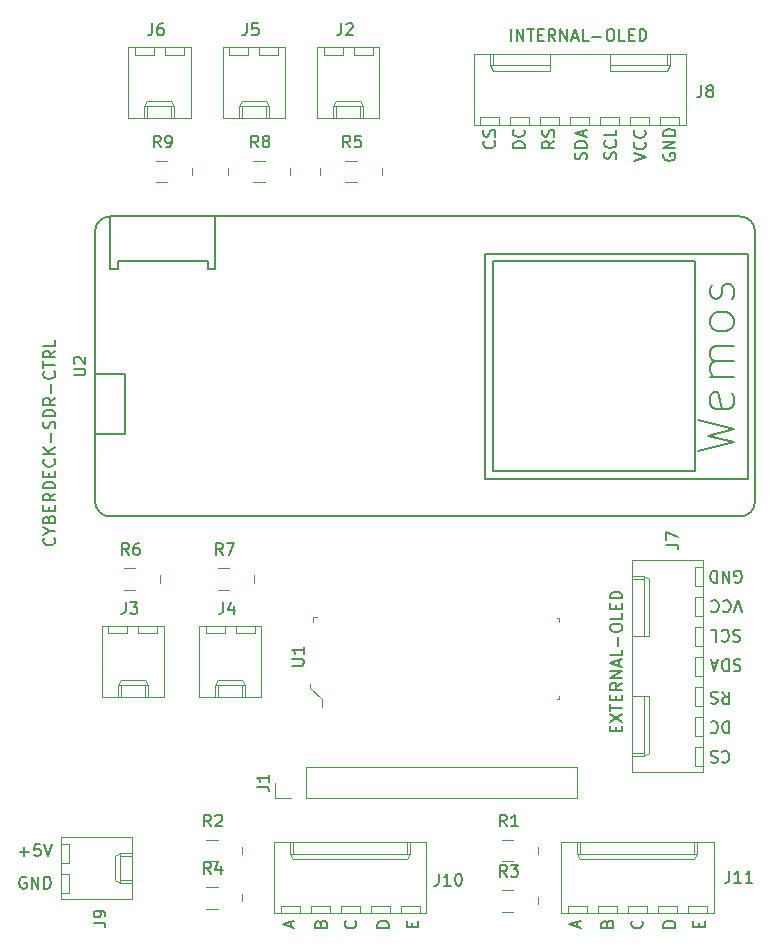
<source format=gto>
G04 #@! TF.GenerationSoftware,KiCad,Pcbnew,(5.1.8)-1*
G04 #@! TF.CreationDate,2021-09-19T21:20:28+02:00*
G04 #@! TF.ProjectId,sdr-controller,7364722d-636f-46e7-9472-6f6c6c65722e,rev?*
G04 #@! TF.SameCoordinates,Original*
G04 #@! TF.FileFunction,Legend,Top*
G04 #@! TF.FilePolarity,Positive*
%FSLAX46Y46*%
G04 Gerber Fmt 4.6, Leading zero omitted, Abs format (unit mm)*
G04 Created by KiCad (PCBNEW (5.1.8)-1) date 2021-09-19 21:20:28*
%MOMM*%
%LPD*%
G01*
G04 APERTURE LIST*
%ADD10C,0.200000*%
%ADD11C,0.150000*%
%ADD12C,0.120000*%
%ADD13C,0.100000*%
%ADD14R,2.000000X2.600000*%
%ADD15O,2.000000X2.600000*%
%ADD16R,2.600000X2.000000*%
%ADD17O,2.600000X2.000000*%
%ADD18R,1.500000X1.800000*%
%ADD19C,1.800000*%
%ADD20C,1.600000*%
%ADD21R,1.600000X1.600000*%
%ADD22R,1.700000X1.700000*%
%ADD23O,1.700000X1.700000*%
G04 APERTURE END LIST*
D10*
X43357142Y-80523809D02*
X43404761Y-80571428D01*
X43452380Y-80714285D01*
X43452380Y-80809523D01*
X43404761Y-80952380D01*
X43309523Y-81047619D01*
X43214285Y-81095238D01*
X43023809Y-81142857D01*
X42880952Y-81142857D01*
X42690476Y-81095238D01*
X42595238Y-81047619D01*
X42500000Y-80952380D01*
X42452380Y-80809523D01*
X42452380Y-80714285D01*
X42500000Y-80571428D01*
X42547619Y-80523809D01*
X42976190Y-79904761D02*
X43452380Y-79904761D01*
X42452380Y-80238095D02*
X42976190Y-79904761D01*
X42452380Y-79571428D01*
X42928571Y-78904761D02*
X42976190Y-78761904D01*
X43023809Y-78714285D01*
X43119047Y-78666666D01*
X43261904Y-78666666D01*
X43357142Y-78714285D01*
X43404761Y-78761904D01*
X43452380Y-78857142D01*
X43452380Y-79238095D01*
X42452380Y-79238095D01*
X42452380Y-78904761D01*
X42500000Y-78809523D01*
X42547619Y-78761904D01*
X42642857Y-78714285D01*
X42738095Y-78714285D01*
X42833333Y-78761904D01*
X42880952Y-78809523D01*
X42928571Y-78904761D01*
X42928571Y-79238095D01*
X42928571Y-78238095D02*
X42928571Y-77904761D01*
X43452380Y-77761904D02*
X43452380Y-78238095D01*
X42452380Y-78238095D01*
X42452380Y-77761904D01*
X43452380Y-76761904D02*
X42976190Y-77095238D01*
X43452380Y-77333333D02*
X42452380Y-77333333D01*
X42452380Y-76952380D01*
X42500000Y-76857142D01*
X42547619Y-76809523D01*
X42642857Y-76761904D01*
X42785714Y-76761904D01*
X42880952Y-76809523D01*
X42928571Y-76857142D01*
X42976190Y-76952380D01*
X42976190Y-77333333D01*
X43452380Y-76333333D02*
X42452380Y-76333333D01*
X42452380Y-76095238D01*
X42500000Y-75952380D01*
X42595238Y-75857142D01*
X42690476Y-75809523D01*
X42880952Y-75761904D01*
X43023809Y-75761904D01*
X43214285Y-75809523D01*
X43309523Y-75857142D01*
X43404761Y-75952380D01*
X43452380Y-76095238D01*
X43452380Y-76333333D01*
X42928571Y-75333333D02*
X42928571Y-75000000D01*
X43452380Y-74857142D02*
X43452380Y-75333333D01*
X42452380Y-75333333D01*
X42452380Y-74857142D01*
X43357142Y-73857142D02*
X43404761Y-73904761D01*
X43452380Y-74047619D01*
X43452380Y-74142857D01*
X43404761Y-74285714D01*
X43309523Y-74380952D01*
X43214285Y-74428571D01*
X43023809Y-74476190D01*
X42880952Y-74476190D01*
X42690476Y-74428571D01*
X42595238Y-74380952D01*
X42500000Y-74285714D01*
X42452380Y-74142857D01*
X42452380Y-74047619D01*
X42500000Y-73904761D01*
X42547619Y-73857142D01*
X43452380Y-73428571D02*
X42452380Y-73428571D01*
X43452380Y-72857142D02*
X42880952Y-73285714D01*
X42452380Y-72857142D02*
X43023809Y-73428571D01*
X43071428Y-72428571D02*
X43071428Y-71666666D01*
X43404761Y-71238095D02*
X43452380Y-71095238D01*
X43452380Y-70857142D01*
X43404761Y-70761904D01*
X43357142Y-70714285D01*
X43261904Y-70666666D01*
X43166666Y-70666666D01*
X43071428Y-70714285D01*
X43023809Y-70761904D01*
X42976190Y-70857142D01*
X42928571Y-71047619D01*
X42880952Y-71142857D01*
X42833333Y-71190476D01*
X42738095Y-71238095D01*
X42642857Y-71238095D01*
X42547619Y-71190476D01*
X42500000Y-71142857D01*
X42452380Y-71047619D01*
X42452380Y-70809523D01*
X42500000Y-70666666D01*
X43452380Y-70238095D02*
X42452380Y-70238095D01*
X42452380Y-70000000D01*
X42500000Y-69857142D01*
X42595238Y-69761904D01*
X42690476Y-69714285D01*
X42880952Y-69666666D01*
X43023809Y-69666666D01*
X43214285Y-69714285D01*
X43309523Y-69761904D01*
X43404761Y-69857142D01*
X43452380Y-70000000D01*
X43452380Y-70238095D01*
X43452380Y-68666666D02*
X42976190Y-69000000D01*
X43452380Y-69238095D02*
X42452380Y-69238095D01*
X42452380Y-68857142D01*
X42500000Y-68761904D01*
X42547619Y-68714285D01*
X42642857Y-68666666D01*
X42785714Y-68666666D01*
X42880952Y-68714285D01*
X42928571Y-68761904D01*
X42976190Y-68857142D01*
X42976190Y-69238095D01*
X43071428Y-68238095D02*
X43071428Y-67476190D01*
X43357142Y-66428571D02*
X43404761Y-66476190D01*
X43452380Y-66619047D01*
X43452380Y-66714285D01*
X43404761Y-66857142D01*
X43309523Y-66952380D01*
X43214285Y-67000000D01*
X43023809Y-67047619D01*
X42880952Y-67047619D01*
X42690476Y-67000000D01*
X42595238Y-66952380D01*
X42500000Y-66857142D01*
X42452380Y-66714285D01*
X42452380Y-66619047D01*
X42500000Y-66476190D01*
X42547619Y-66428571D01*
X42452380Y-66142857D02*
X42452380Y-65571428D01*
X43452380Y-65857142D02*
X42452380Y-65857142D01*
X43452380Y-64666666D02*
X42976190Y-65000000D01*
X43452380Y-65238095D02*
X42452380Y-65238095D01*
X42452380Y-64857142D01*
X42500000Y-64761904D01*
X42547619Y-64714285D01*
X42642857Y-64666666D01*
X42785714Y-64666666D01*
X42880952Y-64714285D01*
X42928571Y-64761904D01*
X42976190Y-64857142D01*
X42976190Y-65238095D01*
X43452380Y-63761904D02*
X43452380Y-64238095D01*
X42452380Y-64238095D01*
D11*
X40464285Y-107071428D02*
X41226190Y-107071428D01*
X40845238Y-107452380D02*
X40845238Y-106690476D01*
X42178571Y-106452380D02*
X41702380Y-106452380D01*
X41654761Y-106928571D01*
X41702380Y-106880952D01*
X41797619Y-106833333D01*
X42035714Y-106833333D01*
X42130952Y-106880952D01*
X42178571Y-106928571D01*
X42226190Y-107023809D01*
X42226190Y-107261904D01*
X42178571Y-107357142D01*
X42130952Y-107404761D01*
X42035714Y-107452380D01*
X41797619Y-107452380D01*
X41702380Y-107404761D01*
X41654761Y-107357142D01*
X42511904Y-106452380D02*
X42845238Y-107452380D01*
X43178571Y-106452380D01*
X40988095Y-109250000D02*
X40892857Y-109202380D01*
X40750000Y-109202380D01*
X40607142Y-109250000D01*
X40511904Y-109345238D01*
X40464285Y-109440476D01*
X40416666Y-109630952D01*
X40416666Y-109773809D01*
X40464285Y-109964285D01*
X40511904Y-110059523D01*
X40607142Y-110154761D01*
X40750000Y-110202380D01*
X40845238Y-110202380D01*
X40988095Y-110154761D01*
X41035714Y-110107142D01*
X41035714Y-109773809D01*
X40845238Y-109773809D01*
X41464285Y-110202380D02*
X41464285Y-109202380D01*
X42035714Y-110202380D01*
X42035714Y-109202380D01*
X42511904Y-110202380D02*
X42511904Y-109202380D01*
X42750000Y-109202380D01*
X42892857Y-109250000D01*
X42988095Y-109345238D01*
X43035714Y-109440476D01*
X43083333Y-109630952D01*
X43083333Y-109773809D01*
X43035714Y-109964285D01*
X42988095Y-110059523D01*
X42892857Y-110154761D01*
X42750000Y-110202380D01*
X42511904Y-110202380D01*
X87666666Y-113488095D02*
X87666666Y-113011904D01*
X87952380Y-113583333D02*
X86952380Y-113250000D01*
X87952380Y-112916666D01*
X97928571Y-113464285D02*
X97928571Y-113130952D01*
X98452380Y-112988095D02*
X98452380Y-113464285D01*
X97452380Y-113464285D01*
X97452380Y-112988095D01*
X93107142Y-112940476D02*
X93154761Y-112988095D01*
X93202380Y-113130952D01*
X93202380Y-113226190D01*
X93154761Y-113369047D01*
X93059523Y-113464285D01*
X92964285Y-113511904D01*
X92773809Y-113559523D01*
X92630952Y-113559523D01*
X92440476Y-113511904D01*
X92345238Y-113464285D01*
X92250000Y-113369047D01*
X92202380Y-113226190D01*
X92202380Y-113130952D01*
X92250000Y-112988095D01*
X92297619Y-112940476D01*
X95952380Y-113511904D02*
X94952380Y-113511904D01*
X94952380Y-113273809D01*
X95000000Y-113130952D01*
X95095238Y-113035714D01*
X95190476Y-112988095D01*
X95380952Y-112940476D01*
X95523809Y-112940476D01*
X95714285Y-112988095D01*
X95809523Y-113035714D01*
X95904761Y-113130952D01*
X95952380Y-113273809D01*
X95952380Y-113511904D01*
X90178571Y-113178571D02*
X90226190Y-113035714D01*
X90273809Y-112988095D01*
X90369047Y-112940476D01*
X90511904Y-112940476D01*
X90607142Y-112988095D01*
X90654761Y-113035714D01*
X90702380Y-113130952D01*
X90702380Y-113511904D01*
X89702380Y-113511904D01*
X89702380Y-113178571D01*
X89750000Y-113083333D01*
X89797619Y-113035714D01*
X89892857Y-112988095D01*
X89988095Y-112988095D01*
X90083333Y-113035714D01*
X90130952Y-113083333D01*
X90178571Y-113178571D01*
X90178571Y-113511904D01*
X63416666Y-113488095D02*
X63416666Y-113011904D01*
X63702380Y-113583333D02*
X62702380Y-113250000D01*
X63702380Y-112916666D01*
X73678571Y-113464285D02*
X73678571Y-113130952D01*
X74202380Y-112988095D02*
X74202380Y-113464285D01*
X73202380Y-113464285D01*
X73202380Y-112988095D01*
X68857142Y-112940476D02*
X68904761Y-112988095D01*
X68952380Y-113130952D01*
X68952380Y-113226190D01*
X68904761Y-113369047D01*
X68809523Y-113464285D01*
X68714285Y-113511904D01*
X68523809Y-113559523D01*
X68380952Y-113559523D01*
X68190476Y-113511904D01*
X68095238Y-113464285D01*
X68000000Y-113369047D01*
X67952380Y-113226190D01*
X67952380Y-113130952D01*
X68000000Y-112988095D01*
X68047619Y-112940476D01*
X65928571Y-113178571D02*
X65976190Y-113035714D01*
X66023809Y-112988095D01*
X66119047Y-112940476D01*
X66261904Y-112940476D01*
X66357142Y-112988095D01*
X66404761Y-113035714D01*
X66452380Y-113130952D01*
X66452380Y-113511904D01*
X65452380Y-113511904D01*
X65452380Y-113178571D01*
X65500000Y-113083333D01*
X65547619Y-113035714D01*
X65642857Y-112988095D01*
X65738095Y-112988095D01*
X65833333Y-113035714D01*
X65880952Y-113083333D01*
X65928571Y-113178571D01*
X65928571Y-113511904D01*
X71702380Y-113511904D02*
X70702380Y-113511904D01*
X70702380Y-113273809D01*
X70750000Y-113130952D01*
X70845238Y-113035714D01*
X70940476Y-112988095D01*
X71130952Y-112940476D01*
X71273809Y-112940476D01*
X71464285Y-112988095D01*
X71559523Y-113035714D01*
X71654761Y-113130952D01*
X71702380Y-113273809D01*
X71702380Y-113511904D01*
X90928571Y-96880952D02*
X90928571Y-96547619D01*
X91452380Y-96404761D02*
X91452380Y-96880952D01*
X90452380Y-96880952D01*
X90452380Y-96404761D01*
X90452380Y-96071428D02*
X91452380Y-95404761D01*
X90452380Y-95404761D02*
X91452380Y-96071428D01*
X90452380Y-95166666D02*
X90452380Y-94595238D01*
X91452380Y-94880952D02*
X90452380Y-94880952D01*
X90928571Y-94261904D02*
X90928571Y-93928571D01*
X91452380Y-93785714D02*
X91452380Y-94261904D01*
X90452380Y-94261904D01*
X90452380Y-93785714D01*
X91452380Y-92785714D02*
X90976190Y-93119047D01*
X91452380Y-93357142D02*
X90452380Y-93357142D01*
X90452380Y-92976190D01*
X90500000Y-92880952D01*
X90547619Y-92833333D01*
X90642857Y-92785714D01*
X90785714Y-92785714D01*
X90880952Y-92833333D01*
X90928571Y-92880952D01*
X90976190Y-92976190D01*
X90976190Y-93357142D01*
X91452380Y-92357142D02*
X90452380Y-92357142D01*
X91452380Y-91785714D01*
X90452380Y-91785714D01*
X91166666Y-91357142D02*
X91166666Y-90880952D01*
X91452380Y-91452380D02*
X90452380Y-91119047D01*
X91452380Y-90785714D01*
X91452380Y-89976190D02*
X91452380Y-90452380D01*
X90452380Y-90452380D01*
X91071428Y-89642857D02*
X91071428Y-88880952D01*
X90452380Y-88214285D02*
X90452380Y-88023809D01*
X90500000Y-87928571D01*
X90595238Y-87833333D01*
X90785714Y-87785714D01*
X91119047Y-87785714D01*
X91309523Y-87833333D01*
X91404761Y-87928571D01*
X91452380Y-88023809D01*
X91452380Y-88214285D01*
X91404761Y-88309523D01*
X91309523Y-88404761D01*
X91119047Y-88452380D01*
X90785714Y-88452380D01*
X90595238Y-88404761D01*
X90500000Y-88309523D01*
X90452380Y-88214285D01*
X91452380Y-86880952D02*
X91452380Y-87357142D01*
X90452380Y-87357142D01*
X90928571Y-86547619D02*
X90928571Y-86214285D01*
X91452380Y-86071428D02*
X91452380Y-86547619D01*
X90452380Y-86547619D01*
X90452380Y-86071428D01*
X91452380Y-85642857D02*
X90452380Y-85642857D01*
X90452380Y-85404761D01*
X90500000Y-85261904D01*
X90595238Y-85166666D01*
X90690476Y-85119047D01*
X90880952Y-85071428D01*
X91023809Y-85071428D01*
X91214285Y-85119047D01*
X91309523Y-85166666D01*
X91404761Y-85261904D01*
X91452380Y-85404761D01*
X91452380Y-85642857D01*
X99916666Y-93547619D02*
X100250000Y-94023809D01*
X100488095Y-93547619D02*
X100488095Y-94547619D01*
X100107142Y-94547619D01*
X100011904Y-94500000D01*
X99964285Y-94452380D01*
X99916666Y-94357142D01*
X99916666Y-94214285D01*
X99964285Y-94119047D01*
X100011904Y-94071428D01*
X100107142Y-94023809D01*
X100488095Y-94023809D01*
X99535714Y-93595238D02*
X99392857Y-93547619D01*
X99154761Y-93547619D01*
X99059523Y-93595238D01*
X99011904Y-93642857D01*
X98964285Y-93738095D01*
X98964285Y-93833333D01*
X99011904Y-93928571D01*
X99059523Y-93976190D01*
X99154761Y-94023809D01*
X99345238Y-94071428D01*
X99440476Y-94119047D01*
X99488095Y-94166666D01*
X99535714Y-94261904D01*
X99535714Y-94357142D01*
X99488095Y-94452380D01*
X99440476Y-94500000D01*
X99345238Y-94547619D01*
X99107142Y-94547619D01*
X98964285Y-94500000D01*
X101583333Y-86797619D02*
X101250000Y-85797619D01*
X100916666Y-86797619D01*
X100011904Y-85892857D02*
X100059523Y-85845238D01*
X100202380Y-85797619D01*
X100297619Y-85797619D01*
X100440476Y-85845238D01*
X100535714Y-85940476D01*
X100583333Y-86035714D01*
X100630952Y-86226190D01*
X100630952Y-86369047D01*
X100583333Y-86559523D01*
X100535714Y-86654761D01*
X100440476Y-86750000D01*
X100297619Y-86797619D01*
X100202380Y-86797619D01*
X100059523Y-86750000D01*
X100011904Y-86702380D01*
X99011904Y-85892857D02*
X99059523Y-85845238D01*
X99202380Y-85797619D01*
X99297619Y-85797619D01*
X99440476Y-85845238D01*
X99535714Y-85940476D01*
X99583333Y-86035714D01*
X99630952Y-86226190D01*
X99630952Y-86369047D01*
X99583333Y-86559523D01*
X99535714Y-86654761D01*
X99440476Y-86750000D01*
X99297619Y-86797619D01*
X99202380Y-86797619D01*
X99059523Y-86750000D01*
X99011904Y-86702380D01*
X100511904Y-96047619D02*
X100511904Y-97047619D01*
X100273809Y-97047619D01*
X100130952Y-97000000D01*
X100035714Y-96904761D01*
X99988095Y-96809523D01*
X99940476Y-96619047D01*
X99940476Y-96476190D01*
X99988095Y-96285714D01*
X100035714Y-96190476D01*
X100130952Y-96095238D01*
X100273809Y-96047619D01*
X100511904Y-96047619D01*
X98940476Y-96142857D02*
X98988095Y-96095238D01*
X99130952Y-96047619D01*
X99226190Y-96047619D01*
X99369047Y-96095238D01*
X99464285Y-96190476D01*
X99511904Y-96285714D01*
X99559523Y-96476190D01*
X99559523Y-96619047D01*
X99511904Y-96809523D01*
X99464285Y-96904761D01*
X99369047Y-97000000D01*
X99226190Y-97047619D01*
X99130952Y-97047619D01*
X98988095Y-97000000D01*
X98940476Y-96952380D01*
X101464285Y-90845238D02*
X101321428Y-90797619D01*
X101083333Y-90797619D01*
X100988095Y-90845238D01*
X100940476Y-90892857D01*
X100892857Y-90988095D01*
X100892857Y-91083333D01*
X100940476Y-91178571D01*
X100988095Y-91226190D01*
X101083333Y-91273809D01*
X101273809Y-91321428D01*
X101369047Y-91369047D01*
X101416666Y-91416666D01*
X101464285Y-91511904D01*
X101464285Y-91607142D01*
X101416666Y-91702380D01*
X101369047Y-91750000D01*
X101273809Y-91797619D01*
X101035714Y-91797619D01*
X100892857Y-91750000D01*
X100464285Y-90797619D02*
X100464285Y-91797619D01*
X100226190Y-91797619D01*
X100083333Y-91750000D01*
X99988095Y-91654761D01*
X99940476Y-91559523D01*
X99892857Y-91369047D01*
X99892857Y-91226190D01*
X99940476Y-91035714D01*
X99988095Y-90940476D01*
X100083333Y-90845238D01*
X100226190Y-90797619D01*
X100464285Y-90797619D01*
X99511904Y-91083333D02*
X99035714Y-91083333D01*
X99607142Y-90797619D02*
X99273809Y-91797619D01*
X98940476Y-90797619D01*
X101440476Y-88345238D02*
X101297619Y-88297619D01*
X101059523Y-88297619D01*
X100964285Y-88345238D01*
X100916666Y-88392857D01*
X100869047Y-88488095D01*
X100869047Y-88583333D01*
X100916666Y-88678571D01*
X100964285Y-88726190D01*
X101059523Y-88773809D01*
X101250000Y-88821428D01*
X101345238Y-88869047D01*
X101392857Y-88916666D01*
X101440476Y-89011904D01*
X101440476Y-89107142D01*
X101392857Y-89202380D01*
X101345238Y-89250000D01*
X101250000Y-89297619D01*
X101011904Y-89297619D01*
X100869047Y-89250000D01*
X99869047Y-88392857D02*
X99916666Y-88345238D01*
X100059523Y-88297619D01*
X100154761Y-88297619D01*
X100297619Y-88345238D01*
X100392857Y-88440476D01*
X100440476Y-88535714D01*
X100488095Y-88726190D01*
X100488095Y-88869047D01*
X100440476Y-89059523D01*
X100392857Y-89154761D01*
X100297619Y-89250000D01*
X100154761Y-89297619D01*
X100059523Y-89297619D01*
X99916666Y-89250000D01*
X99869047Y-89202380D01*
X98964285Y-88297619D02*
X99440476Y-88297619D01*
X99440476Y-89297619D01*
X99916666Y-98642857D02*
X99964285Y-98595238D01*
X100107142Y-98547619D01*
X100202380Y-98547619D01*
X100345238Y-98595238D01*
X100440476Y-98690476D01*
X100488095Y-98785714D01*
X100535714Y-98976190D01*
X100535714Y-99119047D01*
X100488095Y-99309523D01*
X100440476Y-99404761D01*
X100345238Y-99500000D01*
X100202380Y-99547619D01*
X100107142Y-99547619D01*
X99964285Y-99500000D01*
X99916666Y-99452380D01*
X99535714Y-98595238D02*
X99392857Y-98547619D01*
X99154761Y-98547619D01*
X99059523Y-98595238D01*
X99011904Y-98642857D01*
X98964285Y-98738095D01*
X98964285Y-98833333D01*
X99011904Y-98928571D01*
X99059523Y-98976190D01*
X99154761Y-99023809D01*
X99345238Y-99071428D01*
X99440476Y-99119047D01*
X99488095Y-99166666D01*
X99535714Y-99261904D01*
X99535714Y-99357142D01*
X99488095Y-99452380D01*
X99440476Y-99500000D01*
X99345238Y-99547619D01*
X99107142Y-99547619D01*
X98964285Y-99500000D01*
X101011904Y-84250000D02*
X101107142Y-84297619D01*
X101250000Y-84297619D01*
X101392857Y-84250000D01*
X101488095Y-84154761D01*
X101535714Y-84059523D01*
X101583333Y-83869047D01*
X101583333Y-83726190D01*
X101535714Y-83535714D01*
X101488095Y-83440476D01*
X101392857Y-83345238D01*
X101250000Y-83297619D01*
X101154761Y-83297619D01*
X101011904Y-83345238D01*
X100964285Y-83392857D01*
X100964285Y-83726190D01*
X101154761Y-83726190D01*
X100535714Y-83297619D02*
X100535714Y-84297619D01*
X99964285Y-83297619D01*
X99964285Y-84297619D01*
X99488095Y-83297619D02*
X99488095Y-84297619D01*
X99250000Y-84297619D01*
X99107142Y-84250000D01*
X99011904Y-84154761D01*
X98964285Y-84059523D01*
X98916666Y-83869047D01*
X98916666Y-83726190D01*
X98964285Y-83535714D01*
X99011904Y-83440476D01*
X99107142Y-83345238D01*
X99250000Y-83297619D01*
X99488095Y-83297619D01*
X95000000Y-48011904D02*
X94952380Y-48107142D01*
X94952380Y-48250000D01*
X95000000Y-48392857D01*
X95095238Y-48488095D01*
X95190476Y-48535714D01*
X95380952Y-48583333D01*
X95523809Y-48583333D01*
X95714285Y-48535714D01*
X95809523Y-48488095D01*
X95904761Y-48392857D01*
X95952380Y-48250000D01*
X95952380Y-48154761D01*
X95904761Y-48011904D01*
X95857142Y-47964285D01*
X95523809Y-47964285D01*
X95523809Y-48154761D01*
X95952380Y-47535714D02*
X94952380Y-47535714D01*
X95952380Y-46964285D01*
X94952380Y-46964285D01*
X95952380Y-46488095D02*
X94952380Y-46488095D01*
X94952380Y-46250000D01*
X95000000Y-46107142D01*
X95095238Y-46011904D01*
X95190476Y-45964285D01*
X95380952Y-45916666D01*
X95523809Y-45916666D01*
X95714285Y-45964285D01*
X95809523Y-46011904D01*
X95904761Y-46107142D01*
X95952380Y-46250000D01*
X95952380Y-46488095D01*
X92452380Y-48583333D02*
X93452380Y-48250000D01*
X92452380Y-47916666D01*
X93357142Y-47011904D02*
X93404761Y-47059523D01*
X93452380Y-47202380D01*
X93452380Y-47297619D01*
X93404761Y-47440476D01*
X93309523Y-47535714D01*
X93214285Y-47583333D01*
X93023809Y-47630952D01*
X92880952Y-47630952D01*
X92690476Y-47583333D01*
X92595238Y-47535714D01*
X92500000Y-47440476D01*
X92452380Y-47297619D01*
X92452380Y-47202380D01*
X92500000Y-47059523D01*
X92547619Y-47011904D01*
X93357142Y-46011904D02*
X93404761Y-46059523D01*
X93452380Y-46202380D01*
X93452380Y-46297619D01*
X93404761Y-46440476D01*
X93309523Y-46535714D01*
X93214285Y-46583333D01*
X93023809Y-46630952D01*
X92880952Y-46630952D01*
X92690476Y-46583333D01*
X92595238Y-46535714D01*
X92500000Y-46440476D01*
X92452380Y-46297619D01*
X92452380Y-46202380D01*
X92500000Y-46059523D01*
X92547619Y-46011904D01*
X90904761Y-48440476D02*
X90952380Y-48297619D01*
X90952380Y-48059523D01*
X90904761Y-47964285D01*
X90857142Y-47916666D01*
X90761904Y-47869047D01*
X90666666Y-47869047D01*
X90571428Y-47916666D01*
X90523809Y-47964285D01*
X90476190Y-48059523D01*
X90428571Y-48250000D01*
X90380952Y-48345238D01*
X90333333Y-48392857D01*
X90238095Y-48440476D01*
X90142857Y-48440476D01*
X90047619Y-48392857D01*
X90000000Y-48345238D01*
X89952380Y-48250000D01*
X89952380Y-48011904D01*
X90000000Y-47869047D01*
X90857142Y-46869047D02*
X90904761Y-46916666D01*
X90952380Y-47059523D01*
X90952380Y-47154761D01*
X90904761Y-47297619D01*
X90809523Y-47392857D01*
X90714285Y-47440476D01*
X90523809Y-47488095D01*
X90380952Y-47488095D01*
X90190476Y-47440476D01*
X90095238Y-47392857D01*
X90000000Y-47297619D01*
X89952380Y-47154761D01*
X89952380Y-47059523D01*
X90000000Y-46916666D01*
X90047619Y-46869047D01*
X90952380Y-45964285D02*
X90952380Y-46440476D01*
X89952380Y-46440476D01*
X88404761Y-48464285D02*
X88452380Y-48321428D01*
X88452380Y-48083333D01*
X88404761Y-47988095D01*
X88357142Y-47940476D01*
X88261904Y-47892857D01*
X88166666Y-47892857D01*
X88071428Y-47940476D01*
X88023809Y-47988095D01*
X87976190Y-48083333D01*
X87928571Y-48273809D01*
X87880952Y-48369047D01*
X87833333Y-48416666D01*
X87738095Y-48464285D01*
X87642857Y-48464285D01*
X87547619Y-48416666D01*
X87500000Y-48369047D01*
X87452380Y-48273809D01*
X87452380Y-48035714D01*
X87500000Y-47892857D01*
X88452380Y-47464285D02*
X87452380Y-47464285D01*
X87452380Y-47226190D01*
X87500000Y-47083333D01*
X87595238Y-46988095D01*
X87690476Y-46940476D01*
X87880952Y-46892857D01*
X88023809Y-46892857D01*
X88214285Y-46940476D01*
X88309523Y-46988095D01*
X88404761Y-47083333D01*
X88452380Y-47226190D01*
X88452380Y-47464285D01*
X88166666Y-46511904D02*
X88166666Y-46035714D01*
X88452380Y-46607142D02*
X87452380Y-46273809D01*
X88452380Y-45940476D01*
X85702380Y-46916666D02*
X85226190Y-47250000D01*
X85702380Y-47488095D02*
X84702380Y-47488095D01*
X84702380Y-47107142D01*
X84750000Y-47011904D01*
X84797619Y-46964285D01*
X84892857Y-46916666D01*
X85035714Y-46916666D01*
X85130952Y-46964285D01*
X85178571Y-47011904D01*
X85226190Y-47107142D01*
X85226190Y-47488095D01*
X85654761Y-46535714D02*
X85702380Y-46392857D01*
X85702380Y-46154761D01*
X85654761Y-46059523D01*
X85607142Y-46011904D01*
X85511904Y-45964285D01*
X85416666Y-45964285D01*
X85321428Y-46011904D01*
X85273809Y-46059523D01*
X85226190Y-46154761D01*
X85178571Y-46345238D01*
X85130952Y-46440476D01*
X85083333Y-46488095D01*
X84988095Y-46535714D01*
X84892857Y-46535714D01*
X84797619Y-46488095D01*
X84750000Y-46440476D01*
X84702380Y-46345238D01*
X84702380Y-46107142D01*
X84750000Y-45964285D01*
X83202380Y-47511904D02*
X82202380Y-47511904D01*
X82202380Y-47273809D01*
X82250000Y-47130952D01*
X82345238Y-47035714D01*
X82440476Y-46988095D01*
X82630952Y-46940476D01*
X82773809Y-46940476D01*
X82964285Y-46988095D01*
X83059523Y-47035714D01*
X83154761Y-47130952D01*
X83202380Y-47273809D01*
X83202380Y-47511904D01*
X83107142Y-45940476D02*
X83154761Y-45988095D01*
X83202380Y-46130952D01*
X83202380Y-46226190D01*
X83154761Y-46369047D01*
X83059523Y-46464285D01*
X82964285Y-46511904D01*
X82773809Y-46559523D01*
X82630952Y-46559523D01*
X82440476Y-46511904D01*
X82345238Y-46464285D01*
X82250000Y-46369047D01*
X82202380Y-46226190D01*
X82202380Y-46130952D01*
X82250000Y-45988095D01*
X82297619Y-45940476D01*
X80607142Y-46916666D02*
X80654761Y-46964285D01*
X80702380Y-47107142D01*
X80702380Y-47202380D01*
X80654761Y-47345238D01*
X80559523Y-47440476D01*
X80464285Y-47488095D01*
X80273809Y-47535714D01*
X80130952Y-47535714D01*
X79940476Y-47488095D01*
X79845238Y-47440476D01*
X79750000Y-47345238D01*
X79702380Y-47202380D01*
X79702380Y-47107142D01*
X79750000Y-46964285D01*
X79797619Y-46916666D01*
X80654761Y-46535714D02*
X80702380Y-46392857D01*
X80702380Y-46154761D01*
X80654761Y-46059523D01*
X80607142Y-46011904D01*
X80511904Y-45964285D01*
X80416666Y-45964285D01*
X80321428Y-46011904D01*
X80273809Y-46059523D01*
X80226190Y-46154761D01*
X80178571Y-46345238D01*
X80130952Y-46440476D01*
X80083333Y-46488095D01*
X79988095Y-46535714D01*
X79892857Y-46535714D01*
X79797619Y-46488095D01*
X79750000Y-46440476D01*
X79702380Y-46345238D01*
X79702380Y-46107142D01*
X79750000Y-45964285D01*
X82035714Y-38452380D02*
X82035714Y-37452380D01*
X82511904Y-38452380D02*
X82511904Y-37452380D01*
X83083333Y-38452380D01*
X83083333Y-37452380D01*
X83416666Y-37452380D02*
X83988095Y-37452380D01*
X83702380Y-38452380D02*
X83702380Y-37452380D01*
X84321428Y-37928571D02*
X84654761Y-37928571D01*
X84797619Y-38452380D02*
X84321428Y-38452380D01*
X84321428Y-37452380D01*
X84797619Y-37452380D01*
X85797619Y-38452380D02*
X85464285Y-37976190D01*
X85226190Y-38452380D02*
X85226190Y-37452380D01*
X85607142Y-37452380D01*
X85702380Y-37500000D01*
X85750000Y-37547619D01*
X85797619Y-37642857D01*
X85797619Y-37785714D01*
X85750000Y-37880952D01*
X85702380Y-37928571D01*
X85607142Y-37976190D01*
X85226190Y-37976190D01*
X86226190Y-38452380D02*
X86226190Y-37452380D01*
X86797619Y-38452380D01*
X86797619Y-37452380D01*
X87226190Y-38166666D02*
X87702380Y-38166666D01*
X87130952Y-38452380D02*
X87464285Y-37452380D01*
X87797619Y-38452380D01*
X88607142Y-38452380D02*
X88130952Y-38452380D01*
X88130952Y-37452380D01*
X88940476Y-38071428D02*
X89702380Y-38071428D01*
X90369047Y-37452380D02*
X90559523Y-37452380D01*
X90654761Y-37500000D01*
X90750000Y-37595238D01*
X90797619Y-37785714D01*
X90797619Y-38119047D01*
X90750000Y-38309523D01*
X90654761Y-38404761D01*
X90559523Y-38452380D01*
X90369047Y-38452380D01*
X90273809Y-38404761D01*
X90178571Y-38309523D01*
X90130952Y-38119047D01*
X90130952Y-37785714D01*
X90178571Y-37595238D01*
X90273809Y-37500000D01*
X90369047Y-37452380D01*
X91702380Y-38452380D02*
X91226190Y-38452380D01*
X91226190Y-37452380D01*
X92035714Y-37928571D02*
X92369047Y-37928571D01*
X92511904Y-38452380D02*
X92035714Y-38452380D01*
X92035714Y-37452380D01*
X92511904Y-37452380D01*
X92940476Y-38452380D02*
X92940476Y-37452380D01*
X93178571Y-37452380D01*
X93321428Y-37500000D01*
X93416666Y-37595238D01*
X93464285Y-37690476D01*
X93511904Y-37880952D01*
X93511904Y-38023809D01*
X93464285Y-38214285D01*
X93416666Y-38309523D01*
X93321428Y-38404761D01*
X93178571Y-38452380D01*
X92940476Y-38452380D01*
D12*
X99200000Y-112270000D02*
X99200000Y-106270000D01*
X99200000Y-106270000D02*
X86300000Y-106270000D01*
X86300000Y-106270000D02*
X86300000Y-112270000D01*
X86300000Y-112270000D02*
X99200000Y-112270000D01*
X97830000Y-106270000D02*
X97830000Y-107270000D01*
X97830000Y-107270000D02*
X87670000Y-107270000D01*
X87670000Y-107270000D02*
X87670000Y-106270000D01*
X97830000Y-107270000D02*
X97580000Y-107700000D01*
X97580000Y-107700000D02*
X87920000Y-107700000D01*
X87920000Y-107700000D02*
X87670000Y-107270000D01*
X97580000Y-106270000D02*
X97580000Y-107270000D01*
X87920000Y-106270000D02*
X87920000Y-107270000D01*
X98630000Y-112270000D02*
X98630000Y-111650000D01*
X98630000Y-111650000D02*
X97030000Y-111650000D01*
X97030000Y-111650000D02*
X97030000Y-112270000D01*
X96090000Y-112270000D02*
X96090000Y-111650000D01*
X96090000Y-111650000D02*
X94490000Y-111650000D01*
X94490000Y-111650000D02*
X94490000Y-112270000D01*
X93550000Y-112270000D02*
X93550000Y-111650000D01*
X93550000Y-111650000D02*
X91950000Y-111650000D01*
X91950000Y-111650000D02*
X91950000Y-112270000D01*
X91010000Y-112270000D02*
X91010000Y-111650000D01*
X91010000Y-111650000D02*
X89410000Y-111650000D01*
X89410000Y-111650000D02*
X89410000Y-112270000D01*
X88470000Y-112270000D02*
X88470000Y-111650000D01*
X88470000Y-111650000D02*
X86870000Y-111650000D01*
X86870000Y-111650000D02*
X86870000Y-112270000D01*
X74870000Y-112270000D02*
X74870000Y-106270000D01*
X74870000Y-106270000D02*
X61970000Y-106270000D01*
X61970000Y-106270000D02*
X61970000Y-112270000D01*
X61970000Y-112270000D02*
X74870000Y-112270000D01*
X73500000Y-106270000D02*
X73500000Y-107270000D01*
X73500000Y-107270000D02*
X63340000Y-107270000D01*
X63340000Y-107270000D02*
X63340000Y-106270000D01*
X73500000Y-107270000D02*
X73250000Y-107700000D01*
X73250000Y-107700000D02*
X63590000Y-107700000D01*
X63590000Y-107700000D02*
X63340000Y-107270000D01*
X73250000Y-106270000D02*
X73250000Y-107270000D01*
X63590000Y-106270000D02*
X63590000Y-107270000D01*
X74300000Y-112270000D02*
X74300000Y-111650000D01*
X74300000Y-111650000D02*
X72700000Y-111650000D01*
X72700000Y-111650000D02*
X72700000Y-112270000D01*
X71760000Y-112270000D02*
X71760000Y-111650000D01*
X71760000Y-111650000D02*
X70160000Y-111650000D01*
X70160000Y-111650000D02*
X70160000Y-112270000D01*
X69220000Y-112270000D02*
X69220000Y-111650000D01*
X69220000Y-111650000D02*
X67620000Y-111650000D01*
X67620000Y-111650000D02*
X67620000Y-112270000D01*
X66680000Y-112270000D02*
X66680000Y-111650000D01*
X66680000Y-111650000D02*
X65080000Y-111650000D01*
X65080000Y-111650000D02*
X65080000Y-112270000D01*
X64140000Y-112270000D02*
X64140000Y-111650000D01*
X64140000Y-111650000D02*
X62540000Y-111650000D01*
X62540000Y-111650000D02*
X62540000Y-112270000D01*
X43980000Y-111120000D02*
X49980000Y-111120000D01*
X49980000Y-111120000D02*
X49980000Y-105840000D01*
X49980000Y-105840000D02*
X43980000Y-105840000D01*
X43980000Y-105840000D02*
X43980000Y-111120000D01*
X49980000Y-109750000D02*
X48980000Y-109750000D01*
X48980000Y-109750000D02*
X48980000Y-107210000D01*
X48980000Y-107210000D02*
X49980000Y-107210000D01*
X48980000Y-109750000D02*
X48550000Y-109500000D01*
X48550000Y-109500000D02*
X48550000Y-107460000D01*
X48550000Y-107460000D02*
X48980000Y-107210000D01*
X49980000Y-109500000D02*
X48980000Y-109500000D01*
X49980000Y-107460000D02*
X48980000Y-107460000D01*
X43980000Y-110550000D02*
X44600000Y-110550000D01*
X44600000Y-110550000D02*
X44600000Y-108950000D01*
X44600000Y-108950000D02*
X43980000Y-108950000D01*
X43980000Y-108010000D02*
X44600000Y-108010000D01*
X44600000Y-108010000D02*
X44600000Y-106410000D01*
X44600000Y-106410000D02*
X43980000Y-106410000D01*
X96870000Y-45520000D02*
X96870000Y-39520000D01*
X96870000Y-39520000D02*
X78890000Y-39520000D01*
X78890000Y-39520000D02*
X78890000Y-45520000D01*
X78890000Y-45520000D02*
X96870000Y-45520000D01*
X95500000Y-39520000D02*
X95500000Y-40520000D01*
X95500000Y-40520000D02*
X90420000Y-40520000D01*
X90420000Y-40520000D02*
X90420000Y-39520000D01*
X95500000Y-40520000D02*
X95250000Y-40950000D01*
X95250000Y-40950000D02*
X90420000Y-40950000D01*
X90420000Y-40950000D02*
X90420000Y-40520000D01*
X95250000Y-39520000D02*
X95250000Y-40520000D01*
X80260000Y-39520000D02*
X80260000Y-40520000D01*
X80260000Y-40520000D02*
X85340000Y-40520000D01*
X85340000Y-40520000D02*
X85340000Y-39520000D01*
X80260000Y-40520000D02*
X80510000Y-40950000D01*
X80510000Y-40950000D02*
X85340000Y-40950000D01*
X85340000Y-40950000D02*
X85340000Y-40520000D01*
X80510000Y-39520000D02*
X80510000Y-40520000D01*
X96300000Y-45520000D02*
X96300000Y-44900000D01*
X96300000Y-44900000D02*
X94700000Y-44900000D01*
X94700000Y-44900000D02*
X94700000Y-45520000D01*
X93760000Y-45520000D02*
X93760000Y-44900000D01*
X93760000Y-44900000D02*
X92160000Y-44900000D01*
X92160000Y-44900000D02*
X92160000Y-45520000D01*
X91220000Y-45520000D02*
X91220000Y-44900000D01*
X91220000Y-44900000D02*
X89620000Y-44900000D01*
X89620000Y-44900000D02*
X89620000Y-45520000D01*
X88680000Y-45520000D02*
X88680000Y-44900000D01*
X88680000Y-44900000D02*
X87080000Y-44900000D01*
X87080000Y-44900000D02*
X87080000Y-45520000D01*
X86140000Y-45520000D02*
X86140000Y-44900000D01*
X86140000Y-44900000D02*
X84540000Y-44900000D01*
X84540000Y-44900000D02*
X84540000Y-45520000D01*
X83600000Y-45520000D02*
X83600000Y-44900000D01*
X83600000Y-44900000D02*
X82000000Y-44900000D01*
X82000000Y-44900000D02*
X82000000Y-45520000D01*
X81060000Y-45520000D02*
X81060000Y-44900000D01*
X81060000Y-44900000D02*
X79460000Y-44900000D01*
X79460000Y-44900000D02*
X79460000Y-45520000D01*
X98270000Y-82380000D02*
X92270000Y-82380000D01*
X92270000Y-82380000D02*
X92270000Y-100360000D01*
X92270000Y-100360000D02*
X98270000Y-100360000D01*
X98270000Y-100360000D02*
X98270000Y-82380000D01*
X92270000Y-83750000D02*
X93270000Y-83750000D01*
X93270000Y-83750000D02*
X93270000Y-88830000D01*
X93270000Y-88830000D02*
X92270000Y-88830000D01*
X93270000Y-83750000D02*
X93700000Y-84000000D01*
X93700000Y-84000000D02*
X93700000Y-88830000D01*
X93700000Y-88830000D02*
X93270000Y-88830000D01*
X92270000Y-84000000D02*
X93270000Y-84000000D01*
X92270000Y-98990000D02*
X93270000Y-98990000D01*
X93270000Y-98990000D02*
X93270000Y-93910000D01*
X93270000Y-93910000D02*
X92270000Y-93910000D01*
X93270000Y-98990000D02*
X93700000Y-98740000D01*
X93700000Y-98740000D02*
X93700000Y-93910000D01*
X93700000Y-93910000D02*
X93270000Y-93910000D01*
X92270000Y-98740000D02*
X93270000Y-98740000D01*
X98270000Y-82950000D02*
X97650000Y-82950000D01*
X97650000Y-82950000D02*
X97650000Y-84550000D01*
X97650000Y-84550000D02*
X98270000Y-84550000D01*
X98270000Y-85490000D02*
X97650000Y-85490000D01*
X97650000Y-85490000D02*
X97650000Y-87090000D01*
X97650000Y-87090000D02*
X98270000Y-87090000D01*
X98270000Y-88030000D02*
X97650000Y-88030000D01*
X97650000Y-88030000D02*
X97650000Y-89630000D01*
X97650000Y-89630000D02*
X98270000Y-89630000D01*
X98270000Y-90570000D02*
X97650000Y-90570000D01*
X97650000Y-90570000D02*
X97650000Y-92170000D01*
X97650000Y-92170000D02*
X98270000Y-92170000D01*
X98270000Y-93110000D02*
X97650000Y-93110000D01*
X97650000Y-93110000D02*
X97650000Y-94710000D01*
X97650000Y-94710000D02*
X98270000Y-94710000D01*
X98270000Y-95650000D02*
X97650000Y-95650000D01*
X97650000Y-95650000D02*
X97650000Y-97250000D01*
X97650000Y-97250000D02*
X98270000Y-97250000D01*
X98270000Y-98190000D02*
X97650000Y-98190000D01*
X97650000Y-98190000D02*
X97650000Y-99790000D01*
X97650000Y-99790000D02*
X98270000Y-99790000D01*
X49630000Y-38980000D02*
X49630000Y-44980000D01*
X49630000Y-44980000D02*
X54910000Y-44980000D01*
X54910000Y-44980000D02*
X54910000Y-38980000D01*
X54910000Y-38980000D02*
X49630000Y-38980000D01*
X51000000Y-44980000D02*
X51000000Y-43980000D01*
X51000000Y-43980000D02*
X53540000Y-43980000D01*
X53540000Y-43980000D02*
X53540000Y-44980000D01*
X51000000Y-43980000D02*
X51250000Y-43550000D01*
X51250000Y-43550000D02*
X53290000Y-43550000D01*
X53290000Y-43550000D02*
X53540000Y-43980000D01*
X51250000Y-44980000D02*
X51250000Y-43980000D01*
X53290000Y-44980000D02*
X53290000Y-43980000D01*
X50200000Y-38980000D02*
X50200000Y-39600000D01*
X50200000Y-39600000D02*
X51800000Y-39600000D01*
X51800000Y-39600000D02*
X51800000Y-38980000D01*
X52740000Y-38980000D02*
X52740000Y-39600000D01*
X52740000Y-39600000D02*
X54340000Y-39600000D01*
X54340000Y-39600000D02*
X54340000Y-38980000D01*
X57630000Y-38980000D02*
X57630000Y-44980000D01*
X57630000Y-44980000D02*
X62910000Y-44980000D01*
X62910000Y-44980000D02*
X62910000Y-38980000D01*
X62910000Y-38980000D02*
X57630000Y-38980000D01*
X59000000Y-44980000D02*
X59000000Y-43980000D01*
X59000000Y-43980000D02*
X61540000Y-43980000D01*
X61540000Y-43980000D02*
X61540000Y-44980000D01*
X59000000Y-43980000D02*
X59250000Y-43550000D01*
X59250000Y-43550000D02*
X61290000Y-43550000D01*
X61290000Y-43550000D02*
X61540000Y-43980000D01*
X59250000Y-44980000D02*
X59250000Y-43980000D01*
X61290000Y-44980000D02*
X61290000Y-43980000D01*
X58200000Y-38980000D02*
X58200000Y-39600000D01*
X58200000Y-39600000D02*
X59800000Y-39600000D01*
X59800000Y-39600000D02*
X59800000Y-38980000D01*
X60740000Y-38980000D02*
X60740000Y-39600000D01*
X60740000Y-39600000D02*
X62340000Y-39600000D01*
X62340000Y-39600000D02*
X62340000Y-38980000D01*
X55630000Y-87980000D02*
X55630000Y-93980000D01*
X55630000Y-93980000D02*
X60910000Y-93980000D01*
X60910000Y-93980000D02*
X60910000Y-87980000D01*
X60910000Y-87980000D02*
X55630000Y-87980000D01*
X57000000Y-93980000D02*
X57000000Y-92980000D01*
X57000000Y-92980000D02*
X59540000Y-92980000D01*
X59540000Y-92980000D02*
X59540000Y-93980000D01*
X57000000Y-92980000D02*
X57250000Y-92550000D01*
X57250000Y-92550000D02*
X59290000Y-92550000D01*
X59290000Y-92550000D02*
X59540000Y-92980000D01*
X57250000Y-93980000D02*
X57250000Y-92980000D01*
X59290000Y-93980000D02*
X59290000Y-92980000D01*
X56200000Y-87980000D02*
X56200000Y-88600000D01*
X56200000Y-88600000D02*
X57800000Y-88600000D01*
X57800000Y-88600000D02*
X57800000Y-87980000D01*
X58740000Y-87980000D02*
X58740000Y-88600000D01*
X58740000Y-88600000D02*
X60340000Y-88600000D01*
X60340000Y-88600000D02*
X60340000Y-87980000D01*
X47380000Y-87980000D02*
X47380000Y-93980000D01*
X47380000Y-93980000D02*
X52660000Y-93980000D01*
X52660000Y-93980000D02*
X52660000Y-87980000D01*
X52660000Y-87980000D02*
X47380000Y-87980000D01*
X48750000Y-93980000D02*
X48750000Y-92980000D01*
X48750000Y-92980000D02*
X51290000Y-92980000D01*
X51290000Y-92980000D02*
X51290000Y-93980000D01*
X48750000Y-92980000D02*
X49000000Y-92550000D01*
X49000000Y-92550000D02*
X51040000Y-92550000D01*
X51040000Y-92550000D02*
X51290000Y-92980000D01*
X49000000Y-93980000D02*
X49000000Y-92980000D01*
X51040000Y-93980000D02*
X51040000Y-92980000D01*
X47950000Y-87980000D02*
X47950000Y-88600000D01*
X47950000Y-88600000D02*
X49550000Y-88600000D01*
X49550000Y-88600000D02*
X49550000Y-87980000D01*
X50490000Y-87980000D02*
X50490000Y-88600000D01*
X50490000Y-88600000D02*
X52090000Y-88600000D01*
X52090000Y-88600000D02*
X52090000Y-87980000D01*
X65630000Y-38980000D02*
X65630000Y-44980000D01*
X65630000Y-44980000D02*
X70910000Y-44980000D01*
X70910000Y-44980000D02*
X70910000Y-38980000D01*
X70910000Y-38980000D02*
X65630000Y-38980000D01*
X67000000Y-44980000D02*
X67000000Y-43980000D01*
X67000000Y-43980000D02*
X69540000Y-43980000D01*
X69540000Y-43980000D02*
X69540000Y-44980000D01*
X67000000Y-43980000D02*
X67250000Y-43550000D01*
X67250000Y-43550000D02*
X69290000Y-43550000D01*
X69290000Y-43550000D02*
X69540000Y-43980000D01*
X67250000Y-44980000D02*
X67250000Y-43980000D01*
X69290000Y-44980000D02*
X69290000Y-43980000D01*
X66200000Y-38980000D02*
X66200000Y-39600000D01*
X66200000Y-39600000D02*
X67800000Y-39600000D01*
X67800000Y-39600000D02*
X67800000Y-38980000D01*
X68740000Y-38980000D02*
X68740000Y-39600000D01*
X68740000Y-39600000D02*
X70340000Y-39600000D01*
X70340000Y-39600000D02*
X70340000Y-38980000D01*
D13*
X55050000Y-49200000D02*
X55050000Y-49800000D01*
X49850000Y-49200000D02*
X49850000Y-49800000D01*
X52450000Y-50400000D02*
X51950000Y-50400000D01*
X52450000Y-50400000D02*
X52950000Y-50400000D01*
X52450000Y-48600000D02*
X51950000Y-48600000D01*
X52450000Y-48600000D02*
X52950000Y-48600000D01*
X63300000Y-49200000D02*
X63300000Y-49800000D01*
X58100000Y-49200000D02*
X58100000Y-49800000D01*
X60700000Y-50400000D02*
X60200000Y-50400000D01*
X60700000Y-50400000D02*
X61200000Y-50400000D01*
X60700000Y-48600000D02*
X60200000Y-48600000D01*
X60700000Y-48600000D02*
X61200000Y-48600000D01*
X60300000Y-83700000D02*
X60300000Y-84300000D01*
X55100000Y-83700000D02*
X55100000Y-84300000D01*
X57700000Y-84900000D02*
X57200000Y-84900000D01*
X57700000Y-84900000D02*
X58200000Y-84900000D01*
X57700000Y-83100000D02*
X57200000Y-83100000D01*
X57700000Y-83100000D02*
X58200000Y-83100000D01*
X52350000Y-83700000D02*
X52350000Y-84300000D01*
X47150000Y-83700000D02*
X47150000Y-84300000D01*
X49750000Y-84900000D02*
X49250000Y-84900000D01*
X49750000Y-84900000D02*
X50250000Y-84900000D01*
X49750000Y-83100000D02*
X49250000Y-83100000D01*
X49750000Y-83100000D02*
X50250000Y-83100000D01*
X71100000Y-49200000D02*
X71100000Y-49800000D01*
X65900000Y-49200000D02*
X65900000Y-49800000D01*
X68500000Y-50400000D02*
X68000000Y-50400000D01*
X68500000Y-50400000D02*
X69000000Y-50400000D01*
X68500000Y-48600000D02*
X68000000Y-48600000D01*
X68500000Y-48600000D02*
X69000000Y-48600000D01*
D11*
X46830000Y-66635000D02*
X49370000Y-66635000D01*
X49370000Y-66635000D02*
X49370000Y-71715000D01*
X49370000Y-71715000D02*
X46830000Y-71715000D01*
X56990000Y-53300000D02*
X56990000Y-57745000D01*
X56990000Y-57745000D02*
X56355000Y-57745000D01*
X56355000Y-57745000D02*
X56355000Y-57110000D01*
X56355000Y-57110000D02*
X48735000Y-57110000D01*
X48735000Y-57110000D02*
X48735000Y-57745000D01*
X48735000Y-57745000D02*
X48100000Y-57745000D01*
X48100000Y-57745000D02*
X48100000Y-53300000D01*
X97630000Y-57110000D02*
X80485000Y-57110000D01*
X80485000Y-57110000D02*
X80485000Y-74890000D01*
X80485000Y-74890000D02*
X97630000Y-74890000D01*
X97630000Y-74890000D02*
X97630000Y-57110000D01*
X102075000Y-56475000D02*
X79850000Y-56475000D01*
X79850000Y-56475000D02*
X79850000Y-75525000D01*
X79850000Y-75525000D02*
X102075000Y-75525000D01*
X102075000Y-75525000D02*
X102075000Y-56475000D01*
X102710000Y-54570000D02*
X102710000Y-77430000D01*
X46830000Y-54570000D02*
X46830000Y-77430000D01*
X101440000Y-78700000D02*
X48100000Y-78700000D01*
X101440000Y-53300000D02*
X48100000Y-53300000D01*
X46830000Y-77430000D02*
G75*
G03*
X48100000Y-78700000I1270000J0D01*
G01*
X48100000Y-53300000D02*
G75*
G03*
X46830000Y-54570000I0J-1270000D01*
G01*
X101440000Y-78700000D02*
G75*
G03*
X102710000Y-77430000I0J1270000D01*
G01*
X102710000Y-54570000D02*
G75*
G03*
X101440000Y-53300000I-1270000J0D01*
G01*
D13*
X65240000Y-87220000D02*
X65240000Y-87620000D01*
X65640000Y-87220000D02*
X65240000Y-87220000D01*
X65050000Y-93200000D02*
X66050000Y-94200000D01*
X65050000Y-92900000D02*
X65050000Y-93200000D01*
X66050000Y-94200000D02*
X66050000Y-94570000D01*
X66050000Y-94580000D02*
X66050000Y-94830000D01*
X86150000Y-87300000D02*
X85950000Y-87300000D01*
X86150000Y-87600000D02*
X86150000Y-87300000D01*
X86150000Y-94200000D02*
X86150000Y-93900000D01*
X85950000Y-94200000D02*
X86150000Y-94200000D01*
X56700000Y-110100000D02*
X57200000Y-110100000D01*
X56700000Y-110100000D02*
X56200000Y-110100000D01*
X56700000Y-111900000D02*
X57200000Y-111900000D01*
X56700000Y-111900000D02*
X56200000Y-111900000D01*
X54100000Y-110700000D02*
X54100000Y-111300000D01*
X59300000Y-110700000D02*
X59300000Y-111300000D01*
X81750000Y-110350000D02*
X82250000Y-110350000D01*
X81750000Y-110350000D02*
X81250000Y-110350000D01*
X81750000Y-112150000D02*
X82250000Y-112150000D01*
X81750000Y-112150000D02*
X81250000Y-112150000D01*
X79150000Y-110950000D02*
X79150000Y-111550000D01*
X84350000Y-110950000D02*
X84350000Y-111550000D01*
X56700000Y-106100000D02*
X57200000Y-106100000D01*
X56700000Y-106100000D02*
X56200000Y-106100000D01*
X56700000Y-107900000D02*
X57200000Y-107900000D01*
X56700000Y-107900000D02*
X56200000Y-107900000D01*
X54100000Y-106700000D02*
X54100000Y-107300000D01*
X59300000Y-106700000D02*
X59300000Y-107300000D01*
X81750000Y-106100000D02*
X82250000Y-106100000D01*
X81750000Y-106100000D02*
X81250000Y-106100000D01*
X81750000Y-107900000D02*
X82250000Y-107900000D01*
X81750000Y-107900000D02*
X81250000Y-107900000D01*
X79150000Y-106700000D02*
X79150000Y-107300000D01*
X84350000Y-106700000D02*
X84350000Y-107300000D01*
D12*
X87610000Y-102580000D02*
X87610000Y-99920000D01*
X64690000Y-102580000D02*
X87610000Y-102580000D01*
X64690000Y-99920000D02*
X87610000Y-99920000D01*
X64690000Y-102580000D02*
X64690000Y-99920000D01*
X63420000Y-102580000D02*
X62090000Y-102580000D01*
X62090000Y-102580000D02*
X62090000Y-101250000D01*
D11*
X100520476Y-108702380D02*
X100520476Y-109416666D01*
X100472857Y-109559523D01*
X100377619Y-109654761D01*
X100234761Y-109702380D01*
X100139523Y-109702380D01*
X101520476Y-109702380D02*
X100949047Y-109702380D01*
X101234761Y-109702380D02*
X101234761Y-108702380D01*
X101139523Y-108845238D01*
X101044285Y-108940476D01*
X100949047Y-108988095D01*
X102472857Y-109702380D02*
X101901428Y-109702380D01*
X102187142Y-109702380D02*
X102187142Y-108702380D01*
X102091904Y-108845238D01*
X101996666Y-108940476D01*
X101901428Y-108988095D01*
X75940476Y-108952380D02*
X75940476Y-109666666D01*
X75892857Y-109809523D01*
X75797619Y-109904761D01*
X75654761Y-109952380D01*
X75559523Y-109952380D01*
X76940476Y-109952380D02*
X76369047Y-109952380D01*
X76654761Y-109952380D02*
X76654761Y-108952380D01*
X76559523Y-109095238D01*
X76464285Y-109190476D01*
X76369047Y-109238095D01*
X77559523Y-108952380D02*
X77654761Y-108952380D01*
X77750000Y-109000000D01*
X77797619Y-109047619D01*
X77845238Y-109142857D01*
X77892857Y-109333333D01*
X77892857Y-109571428D01*
X77845238Y-109761904D01*
X77797619Y-109857142D01*
X77750000Y-109904761D01*
X77654761Y-109952380D01*
X77559523Y-109952380D01*
X77464285Y-109904761D01*
X77416666Y-109857142D01*
X77369047Y-109761904D01*
X77321428Y-109571428D01*
X77321428Y-109333333D01*
X77369047Y-109142857D01*
X77416666Y-109047619D01*
X77464285Y-109000000D01*
X77559523Y-108952380D01*
X46702380Y-113083333D02*
X47416666Y-113083333D01*
X47559523Y-113130952D01*
X47654761Y-113226190D01*
X47702380Y-113369047D01*
X47702380Y-113464285D01*
X47702380Y-112559523D02*
X47702380Y-112369047D01*
X47654761Y-112273809D01*
X47607142Y-112226190D01*
X47464285Y-112130952D01*
X47273809Y-112083333D01*
X46892857Y-112083333D01*
X46797619Y-112130952D01*
X46750000Y-112178571D01*
X46702380Y-112273809D01*
X46702380Y-112464285D01*
X46750000Y-112559523D01*
X46797619Y-112607142D01*
X46892857Y-112654761D01*
X47130952Y-112654761D01*
X47226190Y-112607142D01*
X47273809Y-112559523D01*
X47321428Y-112464285D01*
X47321428Y-112273809D01*
X47273809Y-112178571D01*
X47226190Y-112130952D01*
X47130952Y-112083333D01*
X98166666Y-42202380D02*
X98166666Y-42916666D01*
X98119047Y-43059523D01*
X98023809Y-43154761D01*
X97880952Y-43202380D01*
X97785714Y-43202380D01*
X98785714Y-42630952D02*
X98690476Y-42583333D01*
X98642857Y-42535714D01*
X98595238Y-42440476D01*
X98595238Y-42392857D01*
X98642857Y-42297619D01*
X98690476Y-42250000D01*
X98785714Y-42202380D01*
X98976190Y-42202380D01*
X99071428Y-42250000D01*
X99119047Y-42297619D01*
X99166666Y-42392857D01*
X99166666Y-42440476D01*
X99119047Y-42535714D01*
X99071428Y-42583333D01*
X98976190Y-42630952D01*
X98785714Y-42630952D01*
X98690476Y-42678571D01*
X98642857Y-42726190D01*
X98595238Y-42821428D01*
X98595238Y-43011904D01*
X98642857Y-43107142D01*
X98690476Y-43154761D01*
X98785714Y-43202380D01*
X98976190Y-43202380D01*
X99071428Y-43154761D01*
X99119047Y-43107142D01*
X99166666Y-43011904D01*
X99166666Y-42821428D01*
X99119047Y-42726190D01*
X99071428Y-42678571D01*
X98976190Y-42630952D01*
X95202380Y-81083333D02*
X95916666Y-81083333D01*
X96059523Y-81130952D01*
X96154761Y-81226190D01*
X96202380Y-81369047D01*
X96202380Y-81464285D01*
X95202380Y-80702380D02*
X95202380Y-80035714D01*
X96202380Y-80464285D01*
X51666666Y-36952380D02*
X51666666Y-37666666D01*
X51619047Y-37809523D01*
X51523809Y-37904761D01*
X51380952Y-37952380D01*
X51285714Y-37952380D01*
X52571428Y-36952380D02*
X52380952Y-36952380D01*
X52285714Y-37000000D01*
X52238095Y-37047619D01*
X52142857Y-37190476D01*
X52095238Y-37380952D01*
X52095238Y-37761904D01*
X52142857Y-37857142D01*
X52190476Y-37904761D01*
X52285714Y-37952380D01*
X52476190Y-37952380D01*
X52571428Y-37904761D01*
X52619047Y-37857142D01*
X52666666Y-37761904D01*
X52666666Y-37523809D01*
X52619047Y-37428571D01*
X52571428Y-37380952D01*
X52476190Y-37333333D01*
X52285714Y-37333333D01*
X52190476Y-37380952D01*
X52142857Y-37428571D01*
X52095238Y-37523809D01*
X59666666Y-36952380D02*
X59666666Y-37666666D01*
X59619047Y-37809523D01*
X59523809Y-37904761D01*
X59380952Y-37952380D01*
X59285714Y-37952380D01*
X60619047Y-36952380D02*
X60142857Y-36952380D01*
X60095238Y-37428571D01*
X60142857Y-37380952D01*
X60238095Y-37333333D01*
X60476190Y-37333333D01*
X60571428Y-37380952D01*
X60619047Y-37428571D01*
X60666666Y-37523809D01*
X60666666Y-37761904D01*
X60619047Y-37857142D01*
X60571428Y-37904761D01*
X60476190Y-37952380D01*
X60238095Y-37952380D01*
X60142857Y-37904761D01*
X60095238Y-37857142D01*
X57666666Y-85952380D02*
X57666666Y-86666666D01*
X57619047Y-86809523D01*
X57523809Y-86904761D01*
X57380952Y-86952380D01*
X57285714Y-86952380D01*
X58571428Y-86285714D02*
X58571428Y-86952380D01*
X58333333Y-85904761D02*
X58095238Y-86619047D01*
X58714285Y-86619047D01*
X49416666Y-85952380D02*
X49416666Y-86666666D01*
X49369047Y-86809523D01*
X49273809Y-86904761D01*
X49130952Y-86952380D01*
X49035714Y-86952380D01*
X49797619Y-85952380D02*
X50416666Y-85952380D01*
X50083333Y-86333333D01*
X50226190Y-86333333D01*
X50321428Y-86380952D01*
X50369047Y-86428571D01*
X50416666Y-86523809D01*
X50416666Y-86761904D01*
X50369047Y-86857142D01*
X50321428Y-86904761D01*
X50226190Y-86952380D01*
X49940476Y-86952380D01*
X49845238Y-86904761D01*
X49797619Y-86857142D01*
X67666666Y-36952380D02*
X67666666Y-37666666D01*
X67619047Y-37809523D01*
X67523809Y-37904761D01*
X67380952Y-37952380D01*
X67285714Y-37952380D01*
X68095238Y-37047619D02*
X68142857Y-37000000D01*
X68238095Y-36952380D01*
X68476190Y-36952380D01*
X68571428Y-37000000D01*
X68619047Y-37047619D01*
X68666666Y-37142857D01*
X68666666Y-37238095D01*
X68619047Y-37380952D01*
X68047619Y-37952380D01*
X68666666Y-37952380D01*
X52383333Y-47452380D02*
X52050000Y-46976190D01*
X51811904Y-47452380D02*
X51811904Y-46452380D01*
X52192857Y-46452380D01*
X52288095Y-46500000D01*
X52335714Y-46547619D01*
X52383333Y-46642857D01*
X52383333Y-46785714D01*
X52335714Y-46880952D01*
X52288095Y-46928571D01*
X52192857Y-46976190D01*
X51811904Y-46976190D01*
X52859523Y-47452380D02*
X53050000Y-47452380D01*
X53145238Y-47404761D01*
X53192857Y-47357142D01*
X53288095Y-47214285D01*
X53335714Y-47023809D01*
X53335714Y-46642857D01*
X53288095Y-46547619D01*
X53240476Y-46500000D01*
X53145238Y-46452380D01*
X52954761Y-46452380D01*
X52859523Y-46500000D01*
X52811904Y-46547619D01*
X52764285Y-46642857D01*
X52764285Y-46880952D01*
X52811904Y-46976190D01*
X52859523Y-47023809D01*
X52954761Y-47071428D01*
X53145238Y-47071428D01*
X53240476Y-47023809D01*
X53288095Y-46976190D01*
X53335714Y-46880952D01*
X60633333Y-47452380D02*
X60300000Y-46976190D01*
X60061904Y-47452380D02*
X60061904Y-46452380D01*
X60442857Y-46452380D01*
X60538095Y-46500000D01*
X60585714Y-46547619D01*
X60633333Y-46642857D01*
X60633333Y-46785714D01*
X60585714Y-46880952D01*
X60538095Y-46928571D01*
X60442857Y-46976190D01*
X60061904Y-46976190D01*
X61204761Y-46880952D02*
X61109523Y-46833333D01*
X61061904Y-46785714D01*
X61014285Y-46690476D01*
X61014285Y-46642857D01*
X61061904Y-46547619D01*
X61109523Y-46500000D01*
X61204761Y-46452380D01*
X61395238Y-46452380D01*
X61490476Y-46500000D01*
X61538095Y-46547619D01*
X61585714Y-46642857D01*
X61585714Y-46690476D01*
X61538095Y-46785714D01*
X61490476Y-46833333D01*
X61395238Y-46880952D01*
X61204761Y-46880952D01*
X61109523Y-46928571D01*
X61061904Y-46976190D01*
X61014285Y-47071428D01*
X61014285Y-47261904D01*
X61061904Y-47357142D01*
X61109523Y-47404761D01*
X61204761Y-47452380D01*
X61395238Y-47452380D01*
X61490476Y-47404761D01*
X61538095Y-47357142D01*
X61585714Y-47261904D01*
X61585714Y-47071428D01*
X61538095Y-46976190D01*
X61490476Y-46928571D01*
X61395238Y-46880952D01*
X57633333Y-81952380D02*
X57300000Y-81476190D01*
X57061904Y-81952380D02*
X57061904Y-80952380D01*
X57442857Y-80952380D01*
X57538095Y-81000000D01*
X57585714Y-81047619D01*
X57633333Y-81142857D01*
X57633333Y-81285714D01*
X57585714Y-81380952D01*
X57538095Y-81428571D01*
X57442857Y-81476190D01*
X57061904Y-81476190D01*
X57966666Y-80952380D02*
X58633333Y-80952380D01*
X58204761Y-81952380D01*
X49683333Y-81952380D02*
X49350000Y-81476190D01*
X49111904Y-81952380D02*
X49111904Y-80952380D01*
X49492857Y-80952380D01*
X49588095Y-81000000D01*
X49635714Y-81047619D01*
X49683333Y-81142857D01*
X49683333Y-81285714D01*
X49635714Y-81380952D01*
X49588095Y-81428571D01*
X49492857Y-81476190D01*
X49111904Y-81476190D01*
X50540476Y-80952380D02*
X50350000Y-80952380D01*
X50254761Y-81000000D01*
X50207142Y-81047619D01*
X50111904Y-81190476D01*
X50064285Y-81380952D01*
X50064285Y-81761904D01*
X50111904Y-81857142D01*
X50159523Y-81904761D01*
X50254761Y-81952380D01*
X50445238Y-81952380D01*
X50540476Y-81904761D01*
X50588095Y-81857142D01*
X50635714Y-81761904D01*
X50635714Y-81523809D01*
X50588095Y-81428571D01*
X50540476Y-81380952D01*
X50445238Y-81333333D01*
X50254761Y-81333333D01*
X50159523Y-81380952D01*
X50111904Y-81428571D01*
X50064285Y-81523809D01*
X68433333Y-47452380D02*
X68100000Y-46976190D01*
X67861904Y-47452380D02*
X67861904Y-46452380D01*
X68242857Y-46452380D01*
X68338095Y-46500000D01*
X68385714Y-46547619D01*
X68433333Y-46642857D01*
X68433333Y-46785714D01*
X68385714Y-46880952D01*
X68338095Y-46928571D01*
X68242857Y-46976190D01*
X67861904Y-46976190D01*
X69338095Y-46452380D02*
X68861904Y-46452380D01*
X68814285Y-46928571D01*
X68861904Y-46880952D01*
X68957142Y-46833333D01*
X69195238Y-46833333D01*
X69290476Y-46880952D01*
X69338095Y-46928571D01*
X69385714Y-47023809D01*
X69385714Y-47261904D01*
X69338095Y-47357142D01*
X69290476Y-47404761D01*
X69195238Y-47452380D01*
X68957142Y-47452380D01*
X68861904Y-47404761D01*
X68814285Y-47357142D01*
X45012380Y-66761904D02*
X45821904Y-66761904D01*
X45917142Y-66714285D01*
X45964761Y-66666666D01*
X46012380Y-66571428D01*
X46012380Y-66380952D01*
X45964761Y-66285714D01*
X45917142Y-66238095D01*
X45821904Y-66190476D01*
X45012380Y-66190476D01*
X45107619Y-65761904D02*
X45060000Y-65714285D01*
X45012380Y-65619047D01*
X45012380Y-65380952D01*
X45060000Y-65285714D01*
X45107619Y-65238095D01*
X45202857Y-65190476D01*
X45298095Y-65190476D01*
X45440952Y-65238095D01*
X46012380Y-65809523D01*
X46012380Y-65190476D01*
X97892142Y-73142857D02*
X100892142Y-72428571D01*
X98749285Y-71857142D01*
X100892142Y-71285714D01*
X97892142Y-70571428D01*
X100749285Y-68285714D02*
X100892142Y-68571428D01*
X100892142Y-69142857D01*
X100749285Y-69428571D01*
X100463571Y-69571428D01*
X99320714Y-69571428D01*
X99035000Y-69428571D01*
X98892142Y-69142857D01*
X98892142Y-68571428D01*
X99035000Y-68285714D01*
X99320714Y-68142857D01*
X99606428Y-68142857D01*
X99892142Y-69571428D01*
X100892142Y-66857142D02*
X98892142Y-66857142D01*
X99177857Y-66857142D02*
X99035000Y-66714285D01*
X98892142Y-66428571D01*
X98892142Y-66000000D01*
X99035000Y-65714285D01*
X99320714Y-65571428D01*
X100892142Y-65571428D01*
X99320714Y-65571428D02*
X99035000Y-65428571D01*
X98892142Y-65142857D01*
X98892142Y-64714285D01*
X99035000Y-64428571D01*
X99320714Y-64285714D01*
X100892142Y-64285714D01*
X100892142Y-62428571D02*
X100749285Y-62714285D01*
X100606428Y-62857142D01*
X100320714Y-63000000D01*
X99463571Y-63000000D01*
X99177857Y-62857142D01*
X99035000Y-62714285D01*
X98892142Y-62428571D01*
X98892142Y-62000000D01*
X99035000Y-61714285D01*
X99177857Y-61571428D01*
X99463571Y-61428571D01*
X100320714Y-61428571D01*
X100606428Y-61571428D01*
X100749285Y-61714285D01*
X100892142Y-62000000D01*
X100892142Y-62428571D01*
X100749285Y-60285714D02*
X100892142Y-60000000D01*
X100892142Y-59428571D01*
X100749285Y-59142857D01*
X100463571Y-59000000D01*
X100320714Y-59000000D01*
X100035000Y-59142857D01*
X99892142Y-59428571D01*
X99892142Y-59857142D01*
X99749285Y-60142857D01*
X99463571Y-60285714D01*
X99320714Y-60285714D01*
X99035000Y-60142857D01*
X98892142Y-59857142D01*
X98892142Y-59428571D01*
X99035000Y-59142857D01*
X63502380Y-91321904D02*
X64311904Y-91321904D01*
X64407142Y-91274285D01*
X64454761Y-91226666D01*
X64502380Y-91131428D01*
X64502380Y-90940952D01*
X64454761Y-90845714D01*
X64407142Y-90798095D01*
X64311904Y-90750476D01*
X63502380Y-90750476D01*
X64502380Y-89750476D02*
X64502380Y-90321904D01*
X64502380Y-90036190D02*
X63502380Y-90036190D01*
X63645238Y-90131428D01*
X63740476Y-90226666D01*
X63788095Y-90321904D01*
X56633333Y-108952380D02*
X56300000Y-108476190D01*
X56061904Y-108952380D02*
X56061904Y-107952380D01*
X56442857Y-107952380D01*
X56538095Y-108000000D01*
X56585714Y-108047619D01*
X56633333Y-108142857D01*
X56633333Y-108285714D01*
X56585714Y-108380952D01*
X56538095Y-108428571D01*
X56442857Y-108476190D01*
X56061904Y-108476190D01*
X57490476Y-108285714D02*
X57490476Y-108952380D01*
X57252380Y-107904761D02*
X57014285Y-108619047D01*
X57633333Y-108619047D01*
X81683333Y-109202380D02*
X81350000Y-108726190D01*
X81111904Y-109202380D02*
X81111904Y-108202380D01*
X81492857Y-108202380D01*
X81588095Y-108250000D01*
X81635714Y-108297619D01*
X81683333Y-108392857D01*
X81683333Y-108535714D01*
X81635714Y-108630952D01*
X81588095Y-108678571D01*
X81492857Y-108726190D01*
X81111904Y-108726190D01*
X82016666Y-108202380D02*
X82635714Y-108202380D01*
X82302380Y-108583333D01*
X82445238Y-108583333D01*
X82540476Y-108630952D01*
X82588095Y-108678571D01*
X82635714Y-108773809D01*
X82635714Y-109011904D01*
X82588095Y-109107142D01*
X82540476Y-109154761D01*
X82445238Y-109202380D01*
X82159523Y-109202380D01*
X82064285Y-109154761D01*
X82016666Y-109107142D01*
X56633333Y-104952380D02*
X56300000Y-104476190D01*
X56061904Y-104952380D02*
X56061904Y-103952380D01*
X56442857Y-103952380D01*
X56538095Y-104000000D01*
X56585714Y-104047619D01*
X56633333Y-104142857D01*
X56633333Y-104285714D01*
X56585714Y-104380952D01*
X56538095Y-104428571D01*
X56442857Y-104476190D01*
X56061904Y-104476190D01*
X57014285Y-104047619D02*
X57061904Y-104000000D01*
X57157142Y-103952380D01*
X57395238Y-103952380D01*
X57490476Y-104000000D01*
X57538095Y-104047619D01*
X57585714Y-104142857D01*
X57585714Y-104238095D01*
X57538095Y-104380952D01*
X56966666Y-104952380D01*
X57585714Y-104952380D01*
X81683333Y-104952380D02*
X81350000Y-104476190D01*
X81111904Y-104952380D02*
X81111904Y-103952380D01*
X81492857Y-103952380D01*
X81588095Y-104000000D01*
X81635714Y-104047619D01*
X81683333Y-104142857D01*
X81683333Y-104285714D01*
X81635714Y-104380952D01*
X81588095Y-104428571D01*
X81492857Y-104476190D01*
X81111904Y-104476190D01*
X82635714Y-104952380D02*
X82064285Y-104952380D01*
X82350000Y-104952380D02*
X82350000Y-103952380D01*
X82254761Y-104095238D01*
X82159523Y-104190476D01*
X82064285Y-104238095D01*
X60542380Y-101583333D02*
X61256666Y-101583333D01*
X61399523Y-101630952D01*
X61494761Y-101726190D01*
X61542380Y-101869047D01*
X61542380Y-101964285D01*
X61542380Y-100583333D02*
X61542380Y-101154761D01*
X61542380Y-100869047D02*
X60542380Y-100869047D01*
X60685238Y-100964285D01*
X60780476Y-101059523D01*
X60828095Y-101154761D01*
%LPC*%
D14*
X97830000Y-109250000D03*
D15*
X95290000Y-109250000D03*
X92750000Y-109250000D03*
X90210000Y-109250000D03*
X87670000Y-109250000D03*
D14*
X73500000Y-109250000D03*
D15*
X70960000Y-109250000D03*
X68420000Y-109250000D03*
X65880000Y-109250000D03*
X63340000Y-109250000D03*
D16*
X47000000Y-109750000D03*
D17*
X47000000Y-107210000D03*
D14*
X95500000Y-42500000D03*
D15*
X92960000Y-42500000D03*
X90420000Y-42500000D03*
X87880000Y-42500000D03*
X85340000Y-42500000D03*
X82800000Y-42500000D03*
X80260000Y-42500000D03*
D16*
X95250000Y-83750000D03*
D17*
X95250000Y-86290000D03*
X95250000Y-88830000D03*
X95250000Y-91370000D03*
X95250000Y-93910000D03*
X95250000Y-96450000D03*
X95250000Y-98990000D03*
D14*
X51000000Y-42000000D03*
D15*
X53540000Y-42000000D03*
D14*
X59000000Y-42000000D03*
D15*
X61540000Y-42000000D03*
D14*
X57000000Y-91000000D03*
D15*
X59540000Y-91000000D03*
D14*
X48750000Y-91000000D03*
D15*
X51290000Y-91000000D03*
D14*
X67000000Y-42000000D03*
D15*
X69540000Y-42000000D03*
D18*
X54250000Y-49500000D03*
X50650000Y-49500000D03*
X62500000Y-49500000D03*
X58900000Y-49500000D03*
X59500000Y-84000000D03*
X55900000Y-84000000D03*
X51550000Y-84000000D03*
X47950000Y-84000000D03*
X70300000Y-49500000D03*
X66700000Y-49500000D03*
D19*
X49370000Y-77430000D03*
X51910000Y-77430000D03*
X54450000Y-77430000D03*
X56990000Y-77430000D03*
X59530000Y-77430000D03*
X62070000Y-77430000D03*
X64610000Y-77430000D03*
X67150000Y-77430000D03*
X69690000Y-77430000D03*
X72230000Y-77430000D03*
X74770000Y-77430000D03*
X77310000Y-77430000D03*
X59530000Y-54570000D03*
X62070000Y-54570000D03*
X64610000Y-54570000D03*
X67150000Y-54570000D03*
X69690000Y-54570000D03*
X72230000Y-54570000D03*
X74770000Y-54570000D03*
X77310000Y-54570000D03*
X79850000Y-54570000D03*
X82390000Y-54570000D03*
X84930000Y-54570000D03*
X87470000Y-54570000D03*
X90010000Y-54570000D03*
X92550000Y-54570000D03*
X95090000Y-54570000D03*
X97630000Y-54570000D03*
X79850000Y-77430000D03*
X82390000Y-77430000D03*
X84930000Y-77430000D03*
X87470000Y-77430000D03*
X90010000Y-77430000D03*
X92550000Y-77430000D03*
X95090000Y-77430000D03*
X97630000Y-77430000D03*
D20*
X85030000Y-86880000D03*
X85030000Y-94500000D03*
X67250000Y-86880000D03*
X69790000Y-86880000D03*
X72330000Y-86880000D03*
X74870000Y-86880000D03*
X77410000Y-86880000D03*
X79950000Y-86880000D03*
X82490000Y-86880000D03*
X82490000Y-94500000D03*
X79950000Y-94500000D03*
X77410000Y-94500000D03*
X74870000Y-94500000D03*
X72330000Y-94500000D03*
X69790000Y-94500000D03*
D21*
X67250000Y-94500000D03*
D18*
X58500000Y-111000000D03*
X54900000Y-111000000D03*
X83550000Y-111250000D03*
X79950000Y-111250000D03*
X58500000Y-107000000D03*
X54900000Y-107000000D03*
X83550000Y-107000000D03*
X79950000Y-107000000D03*
D22*
X63420000Y-101250000D03*
D23*
X65960000Y-101250000D03*
X68500000Y-101250000D03*
X71040000Y-101250000D03*
X73580000Y-101250000D03*
X76120000Y-101250000D03*
X78660000Y-101250000D03*
X81200000Y-101250000D03*
X83740000Y-101250000D03*
X86280000Y-101250000D03*
M02*

</source>
